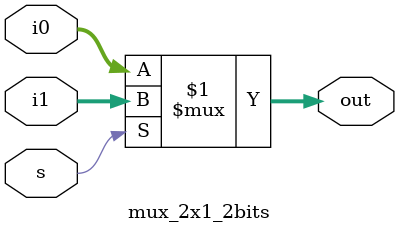
<source format=v>
module mux_2x1_2bits (
    input wire [ 1 : 0 ] i0,    // Input 0
    input wire [ 1 : 0 ] i1,    // Input 1
    input wire s,     // Select signal
    output wire [ 1 : 0 ] out    // Output
);

    // If s = 0, out = i0
    // If s = 1, out = i1 

    assign out = s ? i1 : i0;

endmodule
</source>
